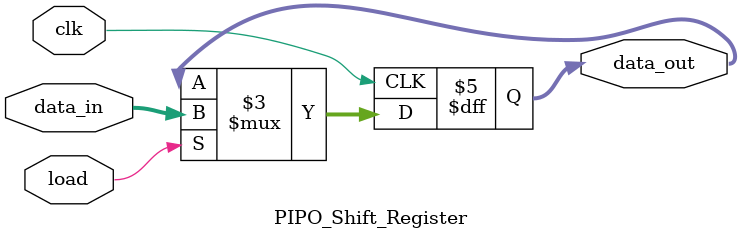
<source format=v>
module PIPO_Shift_Register (
    input wire clk,
    input wire load,
    input wire [3:0] data_in,
    output reg [3:0] data_out
);

    always @(posedge clk) begin
        if (load)
            data_out <= data_in;
        else
            data_out <= data_out; // hold value
    end

endmodule
 
</source>
